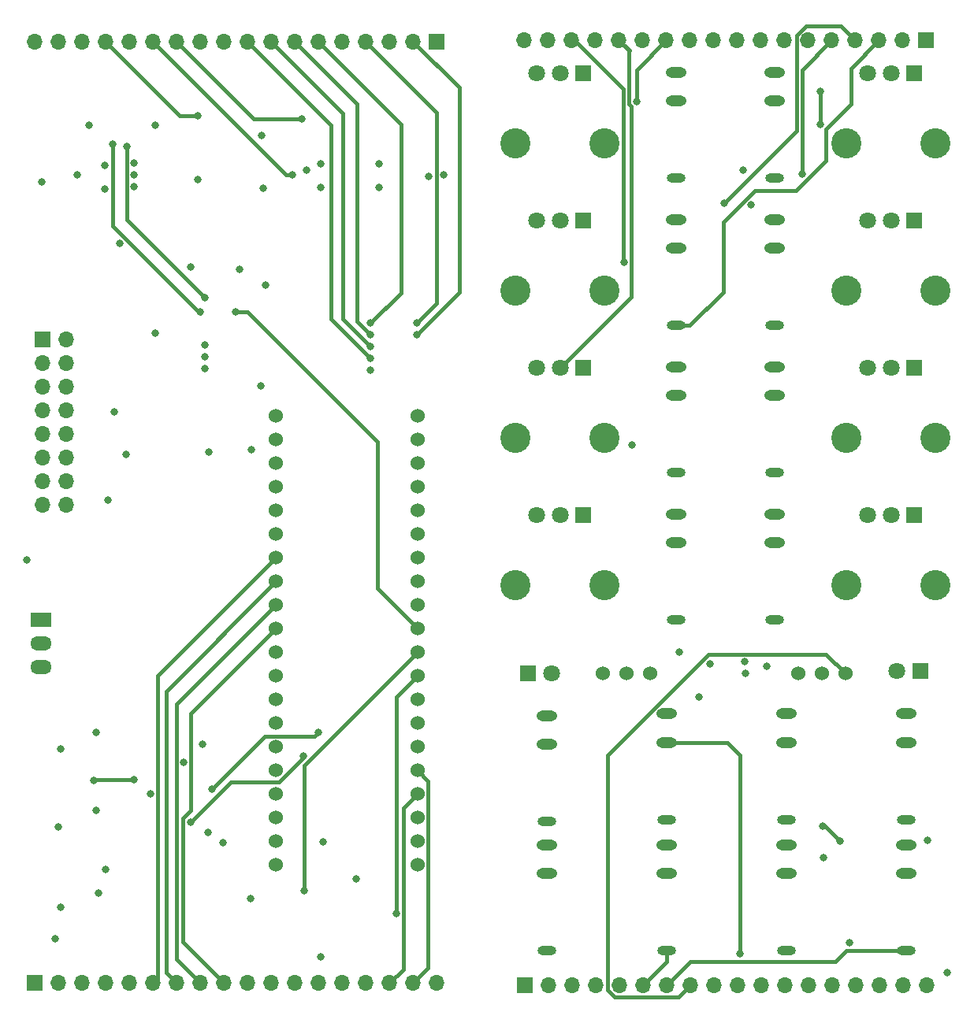
<source format=gbl>
%TF.GenerationSoftware,KiCad,Pcbnew,(6.0.0-0)*%
%TF.CreationDate,2022-09-18T03:09:55-04:00*%
%TF.ProjectId,daisy_hardware_v1,64616973-795f-4686-9172-64776172655f,rev?*%
%TF.SameCoordinates,Original*%
%TF.FileFunction,Copper,L4,Bot*%
%TF.FilePolarity,Positive*%
%FSLAX46Y46*%
G04 Gerber Fmt 4.6, Leading zero omitted, Abs format (unit mm)*
G04 Created by KiCad (PCBNEW (6.0.0-0)) date 2022-09-18 03:09:55*
%MOMM*%
%LPD*%
G01*
G04 APERTURE LIST*
%TA.AperFunction,ComponentPad*%
%ADD10O,2.216000X1.108000*%
%TD*%
%TA.AperFunction,ComponentPad*%
%ADD11O,2.016000X1.008000*%
%TD*%
%TA.AperFunction,ComponentPad*%
%ADD12R,1.700000X1.700000*%
%TD*%
%TA.AperFunction,ComponentPad*%
%ADD13O,1.700000X1.700000*%
%TD*%
%TA.AperFunction,ComponentPad*%
%ADD14C,3.240000*%
%TD*%
%TA.AperFunction,ComponentPad*%
%ADD15R,1.800000X1.800000*%
%TD*%
%TA.AperFunction,ComponentPad*%
%ADD16C,1.800000*%
%TD*%
%TA.AperFunction,ComponentPad*%
%ADD17C,1.524000*%
%TD*%
%TA.AperFunction,ComponentPad*%
%ADD18R,2.300000X1.500000*%
%TD*%
%TA.AperFunction,ComponentPad*%
%ADD19O,2.300000X1.500000*%
%TD*%
%TA.AperFunction,ViaPad*%
%ADD20C,0.800000*%
%TD*%
%TA.AperFunction,Conductor*%
%ADD21C,0.381000*%
%TD*%
G04 APERTURE END LIST*
D10*
%TO.P,J13,1*%
%TO.N,GND*%
X107870333Y-294079999D03*
%TO.P,J13,2*%
X107870333Y-297179999D03*
D11*
%TO.P,J13,3*%
%TO.N,/CV_MORPH_A_TOP*%
X107870333Y-305479999D03*
%TD*%
D10*
%TO.P,J15,1*%
%TO.N,GND*%
X118443666Y-278244000D03*
%TO.P,J15,2*%
X118443666Y-281344000D03*
D11*
%TO.P,J15,3*%
%TO.N,/CV_RATE_B_TOP*%
X118443666Y-289644000D03*
%TD*%
D12*
%TO.P,J1,1,Pin_1*%
%TO.N,-12V*%
X39820000Y-306960000D03*
D13*
%TO.P,J1,2,Pin_2*%
X42360000Y-306960000D03*
%TO.P,J1,3,Pin_3*%
%TO.N,GND*%
X39820000Y-309500000D03*
%TO.P,J1,4,Pin_4*%
X42360000Y-309500000D03*
%TO.P,J1,5,Pin_5*%
X39820000Y-312040000D03*
%TO.P,J1,6,Pin_6*%
X42360000Y-312040000D03*
%TO.P,J1,7,Pin_7*%
X39820000Y-314580000D03*
%TO.P,J1,8,Pin_8*%
X42360000Y-314580000D03*
%TO.P,J1,9,Pin_9*%
%TO.N,+12V*%
X39820000Y-317120000D03*
%TO.P,J1,10,Pin_10*%
X42360000Y-317120000D03*
%TO.P,J1,11,Pin_11*%
%TO.N,unconnected-(J1-Pad11)*%
X39820000Y-319660000D03*
%TO.P,J1,12,Pin_12*%
%TO.N,unconnected-(J1-Pad12)*%
X42360000Y-319660000D03*
%TO.P,J1,13,Pin_13*%
%TO.N,unconnected-(J1-Pad13)*%
X39820000Y-322200000D03*
%TO.P,J1,14,Pin_14*%
%TO.N,unconnected-(J1-Pad14)*%
X42360000Y-322200000D03*
%TO.P,J1,15,Pin_15*%
%TO.N,unconnected-(J1-Pad15)*%
X39820000Y-324740000D03*
%TO.P,J1,16,Pin_16*%
%TO.N,unconnected-(J1-Pad16)*%
X42360000Y-324740000D03*
%TD*%
D10*
%TO.P,J14,1*%
%TO.N,GND*%
X107870333Y-309915998D03*
%TO.P,J14,2*%
X107870333Y-313015998D03*
D11*
%TO.P,J14,3*%
%TO.N,/CV_START_A_TOP*%
X107870333Y-321315998D03*
%TD*%
D14*
%TO.P,RV1,*%
%TO.N,*%
X135737000Y-285874000D03*
X126137000Y-285874000D03*
D15*
%TO.P,RV1,1,1*%
%TO.N,+3V3*%
X133437000Y-278374000D03*
D16*
%TO.P,RV1,2,2*%
%TO.N,/POT_RATE_B_TOP*%
X130937000Y-278374000D03*
%TO.P,RV1,3,3*%
%TO.N,GND*%
X128437000Y-278374000D03*
%TD*%
D15*
%TO.P,D1,1,KA*%
%TO.N,Net-(D1-Pad1)*%
X91960000Y-342900000D03*
D16*
%TO.P,D1,2,AK*%
%TO.N,Net-(D1-Pad2)*%
X94500000Y-342900000D03*
%TD*%
D10*
%TO.P,J10,1*%
%TO.N,GND*%
X119718666Y-347215000D03*
%TO.P,J10,2*%
%TO.N,/SYNC_DETECT_B_TOP*%
X119718666Y-350315000D03*
D11*
%TO.P,J10,3*%
%TO.N,/SYNC_B_TOP*%
X119718666Y-358615000D03*
%TD*%
D14*
%TO.P,RV3,*%
%TO.N,*%
X100177000Y-317546000D03*
X90577000Y-317546000D03*
D15*
%TO.P,RV3,1,1*%
%TO.N,+3V3*%
X97877000Y-310046000D03*
D16*
%TO.P,RV3,2,2*%
%TO.N,/POT_START_A_TOP*%
X95377000Y-310046000D03*
%TO.P,RV3,3,3*%
%TO.N,GND*%
X92877000Y-310046000D03*
%TD*%
D14*
%TO.P,RV5,*%
%TO.N,*%
X100177000Y-301710000D03*
X90577000Y-301710000D03*
D15*
%TO.P,RV5,1,1*%
%TO.N,+3V3*%
X97877000Y-294210000D03*
D16*
%TO.P,RV5,2,2*%
%TO.N,/POT_MORPH_A_TOP*%
X95377000Y-294210000D03*
%TO.P,RV5,3,3*%
%TO.N,GND*%
X92877000Y-294210000D03*
%TD*%
D10*
%TO.P,J3,1*%
%TO.N,GND*%
X93980000Y-361312000D03*
%TO.P,J3,2*%
%TO.N,unconnected-(J3-Pad2)*%
X93980000Y-364412000D03*
D11*
%TO.P,J3,3*%
%TO.N,/DAC1_TOP*%
X93980000Y-372712000D03*
%TD*%
D10*
%TO.P,J18,1*%
%TO.N,GND*%
X107870333Y-325751998D03*
%TO.P,J18,2*%
X107870333Y-328851998D03*
D11*
%TO.P,J18,3*%
%TO.N,/CV_END_A_TOP*%
X107870333Y-337151998D03*
%TD*%
D14*
%TO.P,RV2,*%
%TO.N,*%
X135737000Y-301710000D03*
X126137000Y-301710000D03*
D15*
%TO.P,RV2,1,1*%
%TO.N,+3V3*%
X133437000Y-294210000D03*
D16*
%TO.P,RV2,2,2*%
%TO.N,/POT_MORPH_B_TOP*%
X130937000Y-294210000D03*
%TO.P,RV2,3,3*%
%TO.N,GND*%
X128437000Y-294210000D03*
%TD*%
D10*
%TO.P,J12,1*%
%TO.N,GND*%
X107870333Y-278244000D03*
%TO.P,J12,2*%
X107870333Y-281344000D03*
D11*
%TO.P,J12,3*%
%TO.N,/CV_RATE_A_TOP*%
X107870333Y-289644000D03*
%TD*%
D10*
%TO.P,J16,1*%
%TO.N,GND*%
X118443666Y-294080000D03*
%TO.P,J16,2*%
X118443666Y-297180000D03*
D11*
%TO.P,J16,3*%
%TO.N,/CV_MORPH_B_TOP*%
X118443666Y-305480000D03*
%TD*%
D10*
%TO.P,J17,1*%
%TO.N,GND*%
X118443666Y-309916000D03*
%TO.P,J17,2*%
X118443666Y-313016000D03*
D11*
%TO.P,J17,3*%
%TO.N,/CV_START_B_TOP*%
X118443666Y-321316000D03*
%TD*%
D10*
%TO.P,J7,1*%
%TO.N,GND*%
X93980000Y-347444500D03*
%TO.P,J7,2*%
%TO.N,/SYNC_DETECT_A_TOP*%
X93980000Y-350544500D03*
D11*
%TO.P,J7,3*%
%TO.N,/SYNC_A_TOP*%
X93980000Y-358844500D03*
%TD*%
D10*
%TO.P,J4,1*%
%TO.N,GND*%
X106849333Y-361312000D03*
%TO.P,J4,2*%
%TO.N,unconnected-(J4-Pad2)*%
X106849333Y-364412000D03*
D11*
%TO.P,J4,3*%
%TO.N,/EOC_A_TOP*%
X106849333Y-372712000D03*
%TD*%
D14*
%TO.P,RV4,*%
%TO.N,*%
X90577000Y-333382000D03*
X100177000Y-333382000D03*
D15*
%TO.P,RV4,1,1*%
%TO.N,+3V3*%
X97877000Y-325882000D03*
D16*
%TO.P,RV4,2,2*%
%TO.N,/POT_END_A_TOP*%
X95377000Y-325882000D03*
%TO.P,RV4,3,3*%
%TO.N,GND*%
X92877000Y-325882000D03*
%TD*%
D14*
%TO.P,RV7,*%
%TO.N,*%
X126137000Y-333382000D03*
X135737000Y-333382000D03*
D15*
%TO.P,RV7,1,1*%
%TO.N,+3V3*%
X133437000Y-325882000D03*
D16*
%TO.P,RV7,2,2*%
%TO.N,/POT_END_B_TOP*%
X130937000Y-325882000D03*
%TO.P,RV7,3,3*%
%TO.N,GND*%
X128437000Y-325882000D03*
%TD*%
D10*
%TO.P,J2,1*%
%TO.N,GND*%
X119718666Y-361312000D03*
%TO.P,J2,2*%
%TO.N,unconnected-(J2-Pad2)*%
X119718666Y-364412000D03*
D11*
%TO.P,J2,3*%
%TO.N,/DAC2_TOP*%
X119718666Y-372712000D03*
%TD*%
D17*
%TO.P,SW1,1,A*%
%TO.N,/SW_A_1_TOP*%
X99960000Y-342900000D03*
%TO.P,SW1,2,B*%
%TO.N,GND*%
X102500000Y-342900000D03*
%TO.P,SW1,3,C*%
%TO.N,/SW_A_2_TOP*%
X105040000Y-342900000D03*
%TD*%
D10*
%TO.P,J19,1*%
%TO.N,GND*%
X118443666Y-325752000D03*
%TO.P,J19,2*%
X118443666Y-328852000D03*
D11*
%TO.P,J19,3*%
%TO.N,/CV_END_B_TOP*%
X118443666Y-337152000D03*
%TD*%
D10*
%TO.P,J11,1*%
%TO.N,GND*%
X132588000Y-347215000D03*
%TO.P,J11,2*%
%TO.N,/RESET_DETECT_B_TOP*%
X132588000Y-350315000D03*
D11*
%TO.P,J11,3*%
%TO.N,/RESET_B_TOP*%
X132588000Y-358615000D03*
%TD*%
D14*
%TO.P,RV8,*%
%TO.N,*%
X100177000Y-285874000D03*
X90577000Y-285874000D03*
D15*
%TO.P,RV8,1,1*%
%TO.N,+3V3*%
X97877000Y-278374000D03*
D16*
%TO.P,RV8,2,2*%
%TO.N,/POT_RATE_A_TOP*%
X95377000Y-278374000D03*
%TO.P,RV8,3,3*%
%TO.N,GND*%
X92877000Y-278374000D03*
%TD*%
D10*
%TO.P,J8,1*%
%TO.N,GND*%
X106849333Y-347215000D03*
%TO.P,J8,2*%
%TO.N,/RESET_DETECT_A_TOP*%
X106849333Y-350315000D03*
D11*
%TO.P,J8,3*%
%TO.N,/RESET_A_TOP*%
X106849333Y-358615000D03*
%TD*%
D14*
%TO.P,RV6,*%
%TO.N,*%
X126137000Y-317546000D03*
X135737000Y-317546000D03*
D15*
%TO.P,RV6,1,1*%
%TO.N,+3V3*%
X133437000Y-310046000D03*
D16*
%TO.P,RV6,2,2*%
%TO.N,/POT_START_B_TOP*%
X130937000Y-310046000D03*
%TO.P,RV6,3,3*%
%TO.N,GND*%
X128437000Y-310046000D03*
%TD*%
D10*
%TO.P,J5,1*%
%TO.N,GND*%
X132588000Y-361312000D03*
%TO.P,J5,2*%
%TO.N,unconnected-(J5-Pad2)*%
X132588000Y-364412000D03*
D11*
%TO.P,J5,3*%
%TO.N,/EOC_B_TOP*%
X132588000Y-372712000D03*
%TD*%
D15*
%TO.P,D2,1,KA*%
%TO.N,Net-(D2-Pad1)*%
X134100000Y-342646000D03*
D16*
%TO.P,D2,2,AK*%
%TO.N,Net-(D2-Pad2)*%
X131560000Y-342646000D03*
%TD*%
D18*
%TO.P,U9,1,IN*%
%TO.N,+12V*%
X39586000Y-337128400D03*
D19*
%TO.P,U9,2,GND*%
%TO.N,GND*%
X39586000Y-339668400D03*
%TO.P,U9,3,OUT*%
%TO.N,+3V3*%
X39586000Y-342208400D03*
%TD*%
D17*
%TO.P,U1,1*%
%TO.N,unconnected-(U1-Pad1)*%
X64830000Y-315232000D03*
%TO.P,U1,2*%
%TO.N,/MUX2_S2*%
X64830000Y-317772000D03*
%TO.P,U1,3*%
%TO.N,/MUX2_S1*%
X64830000Y-320312000D03*
%TO.P,U1,4*%
%TO.N,/MUX2_S0*%
X64830000Y-322852000D03*
%TO.P,U1,5*%
%TO.N,unconnected-(U1-Pad5)*%
X64830000Y-325392000D03*
%TO.P,U1,6*%
%TO.N,unconnected-(U1-Pad6)*%
X64830000Y-327932000D03*
%TO.P,U1,7*%
%TO.N,/RESET_DETECT_B_BOTTOM*%
X64830000Y-330472000D03*
%TO.P,U1,8*%
%TO.N,/SYNC_DETECT_B_BOTTOM*%
X64830000Y-333012000D03*
%TO.P,U1,9*%
%TO.N,/RESET_DETECT_A_BOTTOM*%
X64830000Y-335552000D03*
%TO.P,U1,10*%
%TO.N,/SYNC_DETECT_A_BOTTOM*%
X64830000Y-338092000D03*
%TO.P,U1,11*%
%TO.N,/SYNC_B*%
X64830000Y-340632000D03*
%TO.P,U1,12*%
%TO.N,unconnected-(U1-Pad12)*%
X64830000Y-343172000D03*
%TO.P,U1,13*%
%TO.N,/SYNC_A*%
X64830000Y-345712000D03*
%TO.P,U1,14*%
%TO.N,/RESET_A*%
X64830000Y-348252000D03*
%TO.P,U1,15*%
%TO.N,/RESET_B*%
X64830000Y-350792000D03*
%TO.P,U1,16*%
%TO.N,unconnected-(U1-Pad16)*%
X64830000Y-353332000D03*
%TO.P,U1,17*%
%TO.N,unconnected-(U1-Pad17)*%
X64830000Y-355872000D03*
%TO.P,U1,18*%
%TO.N,unconnected-(U1-Pad18)*%
X64830000Y-358412000D03*
%TO.P,U1,19*%
%TO.N,unconnected-(U1-Pad19)*%
X64830000Y-360952000D03*
%TO.P,U1,20*%
%TO.N,GND*%
X64830000Y-363492000D03*
%TO.P,U1,21*%
%TO.N,unconnected-(U1-Pad21)*%
X80070000Y-363492000D03*
%TO.P,U1,22*%
%TO.N,/SW_B_2_BOTTOM*%
X80070000Y-360952000D03*
%TO.P,U1,23*%
%TO.N,/SW_B_1_BOTTOM*%
X80070000Y-358412000D03*
%TO.P,U1,24*%
%TO.N,/SW_A_2_BOTTOM*%
X80070000Y-355872000D03*
%TO.P,U1,25*%
%TO.N,/SW_A_1_BOTTOM*%
X80070000Y-353332000D03*
%TO.P,U1,26*%
%TO.N,/EOC_B*%
X80070000Y-350792000D03*
%TO.P,U1,27*%
%TO.N,/EOC_A*%
X80070000Y-348252000D03*
%TO.P,U1,28*%
%TO.N,unconnected-(U1-Pad28)*%
X80070000Y-345712000D03*
%TO.P,U1,29*%
%TO.N,/DAC1*%
X80070000Y-343172000D03*
%TO.P,U1,30*%
%TO.N,/DAC2*%
X80070000Y-340632000D03*
%TO.P,U1,31*%
%TO.N,/MUX2_ADC*%
X80070000Y-338092000D03*
%TO.P,U1,32*%
%TO.N,/MUX1_S2*%
X80070000Y-335552000D03*
%TO.P,U1,33*%
%TO.N,/MUX1_S1*%
X80070000Y-333012000D03*
%TO.P,U1,34*%
%TO.N,/MUX1_S0*%
X80070000Y-330472000D03*
%TO.P,U1,35*%
%TO.N,/MUX1_ADC*%
X80070000Y-327932000D03*
%TO.P,U1,36*%
%TO.N,unconnected-(U1-Pad36)*%
X80070000Y-325392000D03*
%TO.P,U1,37*%
%TO.N,unconnected-(U1-Pad37)*%
X80070000Y-322852000D03*
%TO.P,U1,38*%
%TO.N,unconnected-(U1-Pad38)*%
X80070000Y-320312000D03*
%TO.P,U1,39*%
%TO.N,+3V3*%
X80070000Y-317772000D03*
%TO.P,U1,40*%
%TO.N,GND*%
X80070000Y-315232000D03*
%TD*%
%TO.P,SW2,1,A*%
%TO.N,/SW_B_1_TOP*%
X126040000Y-342900000D03*
%TO.P,SW2,2,B*%
%TO.N,GND*%
X123500000Y-342900000D03*
%TO.P,SW2,3,C*%
%TO.N,/SW_B_2_TOP*%
X120960000Y-342900000D03*
%TD*%
D12*
%TO.P,J21,1,Pin_1*%
%TO.N,+3V3*%
X38976400Y-376193600D03*
D13*
%TO.P,J21,2,Pin_2*%
%TO.N,/RESET_A_BOTTOM*%
X41516400Y-376193600D03*
%TO.P,J21,3,Pin_3*%
%TO.N,/RESET_B_BOTTOM*%
X44056400Y-376193600D03*
%TO.P,J21,4,Pin_4*%
%TO.N,/SYNC_B_BOTTOM*%
X46596400Y-376193600D03*
%TO.P,J21,5,Pin_5*%
%TO.N,/SYNC_A_BOTTOM*%
X49136400Y-376193600D03*
%TO.P,J21,6,Pin_6*%
%TO.N,/RESET_DETECT_B_BOTTOM*%
X51676400Y-376193600D03*
%TO.P,J21,7,Pin_7*%
%TO.N,/SYNC_DETECT_B_BOTTOM*%
X54216400Y-376193600D03*
%TO.P,J21,8,Pin_8*%
%TO.N,/RESET_DETECT_A_BOTTOM*%
X56756400Y-376193600D03*
%TO.P,J21,9,Pin_9*%
%TO.N,/SYNC_DETECT_A_BOTTOM*%
X59296400Y-376193600D03*
%TO.P,J21,10,Pin_10*%
%TO.N,/SW_B_2_BOTTOM*%
X61836400Y-376193600D03*
%TO.P,J21,11,Pin_11*%
%TO.N,/SW_B_1_BOTTOM*%
X64376400Y-376193600D03*
%TO.P,J21,12,Pin_12*%
%TO.N,/EOC_B_BOTTOM*%
X66916400Y-376193600D03*
%TO.P,J21,13,Pin_13*%
%TO.N,/EOC_A_BOTTOM*%
X69456400Y-376193600D03*
%TO.P,J21,14,Pin_14*%
%TO.N,/DAC2_BOTTOM*%
X71996400Y-376193600D03*
%TO.P,J21,15,Pin_15*%
%TO.N,/DAC1_BOTTOM*%
X74536400Y-376193600D03*
%TO.P,J21,16,Pin_16*%
%TO.N,/SW_A_2_BOTTOM*%
X77076400Y-376193600D03*
%TO.P,J21,17,Pin_17*%
%TO.N,/SW_A_1_BOTTOM*%
X79616400Y-376193600D03*
%TO.P,J21,18,Pin_18*%
%TO.N,GND*%
X82156400Y-376193600D03*
%TD*%
D12*
%TO.P,J20,1,Pin_1*%
%TO.N,+12V*%
X82126400Y-274975000D03*
D13*
%TO.P,J20,2,Pin_2*%
%TO.N,/POT_END_B_BOTTOM*%
X79586400Y-274975000D03*
%TO.P,J20,3,Pin_3*%
%TO.N,/POT_END_A_BOTTOM*%
X77046400Y-274975000D03*
%TO.P,J20,4,Pin_4*%
%TO.N,/POT_START_B_BOTTOM*%
X74506400Y-274975000D03*
%TO.P,J20,5,Pin_5*%
%TO.N,/POT_START_A_BOTTOM*%
X71966400Y-274975000D03*
%TO.P,J20,6,Pin_6*%
%TO.N,/POT_MORPH_B_BOTTOM*%
X69426400Y-274975000D03*
%TO.P,J20,7,Pin_7*%
%TO.N,/POT_RATE_B_BOTTOM*%
X66886400Y-274975000D03*
%TO.P,J20,8,Pin_8*%
%TO.N,/POT_RATE_A_BOTTOM*%
X64346400Y-274975000D03*
%TO.P,J20,9,Pin_9*%
%TO.N,/POT_MORPH_A_BOTTOM*%
X61806400Y-274975000D03*
%TO.P,J20,10,Pin_10*%
%TO.N,/CV_START_B_BOTTOM*%
X59266400Y-274975000D03*
%TO.P,J20,11,Pin_11*%
%TO.N,/CV_END_B_BOTTOM*%
X56726400Y-274975000D03*
%TO.P,J20,12,Pin_12*%
%TO.N,/CV_RATE_B_BOTTOM*%
X54186400Y-274975000D03*
%TO.P,J20,13,Pin_13*%
%TO.N,/CV_MORPH_B_BOTTOM*%
X51646400Y-274975000D03*
%TO.P,J20,14,Pin_14*%
%TO.N,/CV_START_A_BOTTOM*%
X49106400Y-274975000D03*
%TO.P,J20,15,Pin_15*%
%TO.N,/CV_END_A_BOTTOM*%
X46566400Y-274975000D03*
%TO.P,J20,16,Pin_16*%
%TO.N,/CV_RATE_A_BOTTOM*%
X44026400Y-274975000D03*
%TO.P,J20,17,Pin_17*%
%TO.N,/CV_MORPH_A_BOTTOM*%
X41486400Y-274975000D03*
%TO.P,J20,18,Pin_18*%
%TO.N,-12V*%
X38946400Y-274975000D03*
%TD*%
D12*
%TO.P,J9,1,Pin_1*%
%TO.N,GND*%
X91592400Y-376428000D03*
D13*
%TO.P,J9,2,Pin_2*%
%TO.N,/SW_A_1_TOP*%
X94132400Y-376428000D03*
%TO.P,J9,3,Pin_3*%
%TO.N,/SW_A_2_TOP*%
X96672400Y-376428000D03*
%TO.P,J9,4,Pin_4*%
%TO.N,/DAC1_TOP*%
X99212400Y-376428000D03*
%TO.P,J9,5,Pin_5*%
%TO.N,/DAC2_TOP*%
X101752400Y-376428000D03*
%TO.P,J9,6,Pin_6*%
%TO.N,/EOC_A_TOP*%
X104292400Y-376428000D03*
%TO.P,J9,7,Pin_7*%
%TO.N,/EOC_B_TOP*%
X106832400Y-376428000D03*
%TO.P,J9,8,Pin_8*%
%TO.N,/SW_B_1_TOP*%
X109372400Y-376428000D03*
%TO.P,J9,9,Pin_9*%
%TO.N,/SW_B_2_TOP*%
X111912400Y-376428000D03*
%TO.P,J9,10,Pin_10*%
%TO.N,/SYNC_DETECT_A_TOP*%
X114452400Y-376428000D03*
%TO.P,J9,11,Pin_11*%
%TO.N,/RESET_DETECT_A_TOP*%
X116992400Y-376428000D03*
%TO.P,J9,12,Pin_12*%
%TO.N,/SYNC_DETECT_B_TOP*%
X119532400Y-376428000D03*
%TO.P,J9,13,Pin_13*%
%TO.N,/RESET_DETECT_B_TOP*%
X122072400Y-376428000D03*
%TO.P,J9,14,Pin_14*%
%TO.N,/SYNC_A_TOP*%
X124612400Y-376428000D03*
%TO.P,J9,15,Pin_15*%
%TO.N,/SYNC_B_TOP*%
X127152400Y-376428000D03*
%TO.P,J9,16,Pin_16*%
%TO.N,/RESET_B_TOP*%
X129692400Y-376428000D03*
%TO.P,J9,17,Pin_17*%
%TO.N,/RESET_A_TOP*%
X132232400Y-376428000D03*
%TO.P,J9,18,Pin_18*%
%TO.N,+3V3*%
X134772400Y-376428000D03*
%TD*%
D12*
%TO.P,J6,1,Pin_1*%
%TO.N,-12V*%
X134742400Y-274828000D03*
D13*
%TO.P,J6,2,Pin_2*%
%TO.N,/CV_RATE_A_TOP*%
X132202400Y-274828000D03*
%TO.P,J6,3,Pin_3*%
%TO.N,/CV_MORPH_A_TOP*%
X129662400Y-274828000D03*
%TO.P,J6,4,Pin_4*%
%TO.N,/CV_START_A_TOP*%
X127122400Y-274828000D03*
%TO.P,J6,5,Pin_5*%
%TO.N,/CV_RATE_B_TOP*%
X124582400Y-274828000D03*
%TO.P,J6,6,Pin_6*%
%TO.N,/CV_MORPH_B_TOP*%
X122042400Y-274828000D03*
%TO.P,J6,7,Pin_7*%
%TO.N,/CV_START_B_TOP*%
X119502400Y-274828000D03*
%TO.P,J6,8,Pin_8*%
%TO.N,/CV_END_A_TOP*%
X116962400Y-274828000D03*
%TO.P,J6,9,Pin_9*%
%TO.N,/CV_END_B_TOP*%
X114422400Y-274828000D03*
%TO.P,J6,10,Pin_10*%
%TO.N,/POT_RATE_B_TOP*%
X111882400Y-274828000D03*
%TO.P,J6,11,Pin_11*%
%TO.N,/POT_RATE_A_TOP*%
X109342400Y-274828000D03*
%TO.P,J6,12,Pin_12*%
%TO.N,/POT_MORPH_A_TOP*%
X106802400Y-274828000D03*
%TO.P,J6,13,Pin_13*%
%TO.N,/POT_MORPH_B_TOP*%
X104262400Y-274828000D03*
%TO.P,J6,14,Pin_14*%
%TO.N,/POT_START_A_TOP*%
X101722400Y-274828000D03*
%TO.P,J6,15,Pin_15*%
%TO.N,/POT_START_B_TOP*%
X99182400Y-274828000D03*
%TO.P,J6,16,Pin_16*%
%TO.N,/POT_END_A_TOP*%
X96642400Y-274828000D03*
%TO.P,J6,17,Pin_17*%
%TO.N,/POT_END_B_TOP*%
X94102400Y-274828000D03*
%TO.P,J6,18,Pin_18*%
%TO.N,+12V*%
X91562400Y-274828000D03*
%TD*%
D20*
%TO.N,GND*%
X75908000Y-290621000D03*
X134899400Y-360857800D03*
X46514000Y-290848000D03*
X117602000Y-342138000D03*
X38112800Y-330727600D03*
X69685000Y-290621000D03*
X41716000Y-351046000D03*
X41716000Y-368064000D03*
X46825000Y-324276000D03*
X57210000Y-308882000D03*
X41462000Y-359428000D03*
X49618000Y-290594000D03*
X47460000Y-314751000D03*
X75908000Y-288081000D03*
X69685000Y-288081000D03*
X46514000Y-288308000D03*
X51876000Y-306342000D03*
X49618000Y-288054000D03*
X49618000Y-289324000D03*
X54952000Y-352422180D03*
X57210000Y-310152000D03*
X57569200Y-359963000D03*
X108204000Y-340614000D03*
X57210000Y-307612000D03*
%TO.N,/RESET_A*%
X45272000Y-354376000D03*
X49590000Y-354348000D03*
%TO.N,/DAC2_TOP*%
X115300000Y-342900000D03*
%TO.N,/RESET_B*%
X59197480Y-361106000D03*
X46542000Y-364000000D03*
%TO.N,-12V*%
X62192000Y-318840400D03*
X73466000Y-365016000D03*
X115251000Y-341630000D03*
%TO.N,+12V*%
X110301000Y-345440000D03*
X48730000Y-319329800D03*
X69656000Y-373398000D03*
X39586000Y-337128400D03*
%TO.N,+3V3*%
X45526000Y-349268000D03*
X51368000Y-355872000D03*
X45526000Y-357650000D03*
X63233400Y-312007800D03*
X43494000Y-289324000D03*
X68132000Y-288816000D03*
X41110000Y-371393000D03*
X45780000Y-366540000D03*
X136982200Y-375056400D03*
X55686000Y-299230000D03*
X60992000Y-299484000D03*
X56956000Y-350538000D03*
%TO.N,/DAC1_TOP*%
X111500000Y-341900000D03*
%TO.N,/MUX2_ADC*%
X60512000Y-304056000D03*
%TO.N,/CV_END_A*%
X48828000Y-286276000D03*
X57210000Y-302532000D03*
%TO.N,/CV_RATE_A*%
X56702000Y-304056000D03*
X47304000Y-286022000D03*
%TO.N,/RESET_A_TOP*%
X123698000Y-362712000D03*
%TO.N,/EOC_B*%
X67827385Y-351757385D03*
X55686000Y-358920000D03*
%TO.N,/EOC_A*%
X57972000Y-355364000D03*
X69402000Y-349268000D03*
%TO.N,/SYNC_B_TOP*%
X123571000Y-359283000D03*
X125504000Y-360934000D03*
%TO.N,/CV_START_A_TOP*%
X113030000Y-292354000D03*
%TO.N,/CV_RATE_B_TOP*%
X121412000Y-289179000D03*
%TO.N,/CV_MORPH_B_TOP*%
X123345000Y-283845000D03*
X123317000Y-280289000D03*
%TO.N,/CV_START_B_TOP*%
X115938115Y-292468115D03*
%TO.N,/DAC2*%
X67878000Y-366286000D03*
%TO.N,/DAC1*%
X77784000Y-368700000D03*
%TO.N,/POT_RATE_B_BOTTOM*%
X75055000Y-306469000D03*
%TO.N,/POT_RATE_A_BOTTOM*%
X75055000Y-307739000D03*
%TO.N,/POT_MORPH_A_BOTTOM*%
X75055000Y-309009000D03*
%TO.N,/POT_MORPH_B_BOTTOM*%
X75055000Y-305199000D03*
%TO.N,/POT_START_B_BOTTOM*%
X80005000Y-305199000D03*
%TO.N,/POT_END_B_BOTTOM*%
X80005000Y-306469000D03*
%TO.N,/CV_END_B_TOP*%
X115062000Y-288798000D03*
%TO.N,/CV_RATE_B_BOTTOM*%
X67624000Y-283256000D03*
%TO.N,/CV_MORPH_B_BOTTOM*%
X66608000Y-289324000D03*
%TO.N,/CV_END_A_BOTTOM*%
X56448000Y-282974000D03*
%TO.N,AREF_-10V*%
X51876000Y-283990000D03*
X63462000Y-290748000D03*
X82892000Y-289324000D03*
X48066000Y-296690000D03*
X44764000Y-283990000D03*
X63335000Y-285033000D03*
X56448000Y-289832000D03*
X39684000Y-290086000D03*
X81312000Y-289478000D03*
%TO.N,+5V*%
X57620000Y-319091000D03*
X62141200Y-367125800D03*
X75055000Y-310279000D03*
X63749000Y-301135000D03*
%TO.N,/RESET_DETECT_A_TOP*%
X114681000Y-372999000D03*
%TO.N,/RESET_DETECT_B_TOP*%
X126492000Y-371856000D03*
%TO.N,/POT_MORPH_A_TOP*%
X103632000Y-281432000D03*
%TO.N,/POT_END_A_TOP*%
X102235000Y-298704000D03*
%TO.N,/POT_END_B_TOP*%
X103124000Y-318338000D03*
%TO.N,/SW_B_2_BOTTOM*%
X69939000Y-360979000D03*
%TD*%
D21*
%TO.N,/RESET_A*%
X49590000Y-354348000D02*
X45300000Y-354348000D01*
X45300000Y-354348000D02*
X45272000Y-354376000D01*
%TO.N,/EOC_A_TOP*%
X106849333Y-372712000D02*
X106849333Y-373871067D01*
X106849333Y-373871067D02*
X104292400Y-376428000D01*
%TO.N,/EOC_B_TOP*%
X126144000Y-372712000D02*
X132588000Y-372712000D01*
X106832400Y-376428000D02*
X109372400Y-373888000D01*
X124968000Y-373888000D02*
X126144000Y-372712000D01*
X109372400Y-373888000D02*
X124968000Y-373888000D01*
%TO.N,/MUX2_ADC*%
X75752000Y-318026000D02*
X75752000Y-333774000D01*
X60512000Y-304056000D02*
X61782000Y-304056000D01*
X61782000Y-304056000D02*
X75752000Y-318026000D01*
X75752000Y-333774000D02*
X80070000Y-338092000D01*
%TO.N,/CV_END_A*%
X48828000Y-294150000D02*
X57210000Y-302532000D01*
X48828000Y-286276000D02*
X48828000Y-294150000D01*
%TO.N,/CV_RATE_A*%
X47304000Y-286022000D02*
X47304000Y-294810755D01*
X56702000Y-304208755D02*
X56702000Y-304056000D01*
X47304000Y-294810755D02*
X56702000Y-304208755D01*
%TO.N,/EOC_B*%
X65189191Y-354602000D02*
X60004000Y-354602000D01*
X67827385Y-351963806D02*
X65189191Y-354602000D01*
X67827385Y-351757385D02*
X67827385Y-351963806D01*
X60004000Y-354602000D02*
X55686000Y-358920000D01*
%TO.N,/EOC_A*%
X63696011Y-349639989D02*
X69030011Y-349639989D01*
X69030011Y-349639989D02*
X69402000Y-349268000D01*
X57972000Y-355364000D02*
X63696011Y-349639989D01*
%TO.N,/SW_B_1_TOP*%
X101238770Y-377668011D02*
X100457000Y-376886241D01*
X108132389Y-377668011D02*
X101238770Y-377668011D01*
X123979989Y-340839989D02*
X126040000Y-342900000D01*
X100457000Y-376886241D02*
X100457000Y-351663000D01*
X100457000Y-351663000D02*
X100512288Y-351663000D01*
X100512288Y-351663000D02*
X111335299Y-340839989D01*
X111335299Y-340839989D02*
X123979989Y-340839989D01*
X109372400Y-376428000D02*
X108132389Y-377668011D01*
%TO.N,/SYNC_B_TOP*%
X123571000Y-359283000D02*
X123853000Y-359283000D01*
X123853000Y-359283000D02*
X125504000Y-360934000D01*
%TO.N,/CV_MORPH_A_TOP*%
X116332000Y-290957000D02*
X120751245Y-290957000D01*
X107870333Y-305479999D02*
X109302001Y-305479999D01*
X123952000Y-287756245D02*
X123952000Y-284355245D01*
X126619000Y-281688245D02*
X126619000Y-277871400D01*
X120751245Y-290957000D02*
X123952000Y-287756245D01*
X112903000Y-294386000D02*
X116332000Y-290957000D01*
X109302001Y-305479999D02*
X112903000Y-301879000D01*
X126619000Y-277871400D02*
X129662400Y-274828000D01*
X123952000Y-284355245D02*
X126619000Y-281688245D01*
X112903000Y-301879000D02*
X112903000Y-294386000D01*
%TO.N,/CV_START_A_TOP*%
X120802389Y-284581611D02*
X120802389Y-274314370D01*
X113030000Y-292354000D02*
X120802389Y-284581611D01*
X121812759Y-273304000D02*
X125598400Y-273304000D01*
X120802389Y-274314370D02*
X121812759Y-273304000D01*
X125598400Y-273304000D02*
X127122400Y-274828000D01*
%TO.N,/CV_RATE_B_TOP*%
X121412000Y-277998400D02*
X124582400Y-274828000D01*
X121412000Y-289179000D02*
X121412000Y-277998400D01*
%TO.N,/CV_MORPH_B_TOP*%
X123317000Y-280289000D02*
X123317000Y-283817000D01*
X123317000Y-283817000D02*
X123345000Y-283845000D01*
%TO.N,/DAC2*%
X80070000Y-340632000D02*
X67878000Y-352824000D01*
X67878000Y-352824000D02*
X67878000Y-366286000D01*
%TO.N,/DAC1*%
X80070000Y-343172000D02*
X77784000Y-345458000D01*
X77784000Y-345458000D02*
X77784000Y-368700000D01*
%TO.N,/POT_RATE_B_BOTTOM*%
X66886400Y-274975000D02*
X73596000Y-281684600D01*
X73596000Y-281684600D02*
X73596000Y-305010000D01*
X73596000Y-305010000D02*
X75055000Y-306469000D01*
%TO.N,/POT_RATE_A_BOTTOM*%
X72072000Y-304756000D02*
X75055000Y-307739000D01*
X72072000Y-304756000D02*
X72072000Y-282700600D01*
X72072000Y-282700600D02*
X64346400Y-274975000D01*
%TO.N,/POT_MORPH_A_BOTTOM*%
X70796000Y-283964600D02*
X70796000Y-304750000D01*
X70796000Y-304750000D02*
X75055000Y-309009000D01*
X61806400Y-274975000D02*
X70796000Y-283964600D01*
%TO.N,/POT_MORPH_B_BOTTOM*%
X69426400Y-274975000D02*
X78292000Y-283840600D01*
X78292000Y-283840600D02*
X78292000Y-301962000D01*
X78292000Y-301962000D02*
X75055000Y-305199000D01*
%TO.N,/POT_START_B_BOTTOM*%
X74506400Y-274975000D02*
X82102000Y-282570600D01*
X82102000Y-282570600D02*
X82102000Y-303102000D01*
X82102000Y-303102000D02*
X80005000Y-305199000D01*
%TO.N,/POT_END_B_BOTTOM*%
X80005000Y-306469000D02*
X84544000Y-301930000D01*
X84544000Y-301930000D02*
X84544000Y-279932600D01*
X84544000Y-279932600D02*
X79586400Y-274975000D01*
%TO.N,/CV_RATE_B_BOTTOM*%
X54186400Y-274975000D02*
X62467400Y-283256000D01*
X62467400Y-283256000D02*
X67624000Y-283256000D01*
%TO.N,/CV_MORPH_B_BOTTOM*%
X65995400Y-289324000D02*
X66608000Y-289324000D01*
X51646400Y-274975000D02*
X65995400Y-289324000D01*
%TO.N,/CV_END_A_BOTTOM*%
X54565400Y-282974000D02*
X46566400Y-274975000D01*
X56448000Y-282974000D02*
X54565400Y-282974000D01*
%TO.N,/RESET_DETECT_A_TOP*%
X114681000Y-351663000D02*
X114681000Y-372999000D01*
X114554000Y-351536000D02*
X114681000Y-351663000D01*
X113333000Y-350315000D02*
X114554000Y-351536000D01*
X106849333Y-350315000D02*
X113333000Y-350315000D01*
%TO.N,/SYNC_DETECT_A_BOTTOM*%
X55742011Y-357649989D02*
X54895989Y-358496011D01*
X54895989Y-358496011D02*
X54895989Y-371793189D01*
X54895989Y-371793189D02*
X59296400Y-376193600D01*
X55742011Y-347179989D02*
X55742011Y-357649989D01*
X64830000Y-338092000D02*
X55742011Y-347179989D01*
%TO.N,/RESET_DETECT_A_BOTTOM*%
X54161989Y-373599189D02*
X56756400Y-376193600D01*
X64830000Y-335552000D02*
X54161989Y-346220011D01*
X54161989Y-346220011D02*
X54161989Y-373599189D01*
%TO.N,/SYNC_DETECT_B_BOTTOM*%
X53048000Y-375025200D02*
X54216400Y-376193600D01*
X64830000Y-333012000D02*
X53048000Y-344794000D01*
X53048000Y-375025200D02*
X53048000Y-344794000D01*
%TO.N,/POT_MORPH_A_TOP*%
X103632000Y-277998400D02*
X106802400Y-274828000D01*
X103632000Y-281432000D02*
X103632000Y-277998400D01*
%TO.N,/POT_START_A_TOP*%
X102767531Y-275873131D02*
X101722400Y-274828000D01*
X102767531Y-281684776D02*
X102767531Y-275873131D01*
X103025011Y-281942256D02*
X102767531Y-281684776D01*
X103025011Y-302397989D02*
X103025011Y-281942256D01*
X95377000Y-310046000D02*
X103025011Y-302397989D01*
X102841989Y-275947589D02*
X101722400Y-274828000D01*
%TO.N,/POT_END_A_TOP*%
X96642400Y-274828000D02*
X96911022Y-274828000D01*
X102187011Y-280103989D02*
X102187011Y-298656011D01*
X102187011Y-298656011D02*
X102235000Y-298704000D01*
X96911022Y-274828000D02*
X102187011Y-280103989D01*
%TO.N,/RESET_DETECT_B_BOTTOM*%
X52158011Y-343143989D02*
X64830000Y-330472000D01*
X52158011Y-375711989D02*
X51676400Y-376193600D01*
X52158011Y-343143989D02*
X52158011Y-375711989D01*
%TO.N,/SW_A_2_BOTTOM*%
X78574011Y-374695989D02*
X78574011Y-357367989D01*
X77076400Y-376193600D02*
X78574011Y-374695989D01*
X78574011Y-357367989D02*
X80070000Y-355872000D01*
%TO.N,/SW_A_1_BOTTOM*%
X81222011Y-354484011D02*
X81222011Y-374587989D01*
X81222011Y-374587989D02*
X79616400Y-376193600D01*
X80070000Y-353332000D02*
X81222011Y-354484011D01*
%TD*%
M02*

</source>
